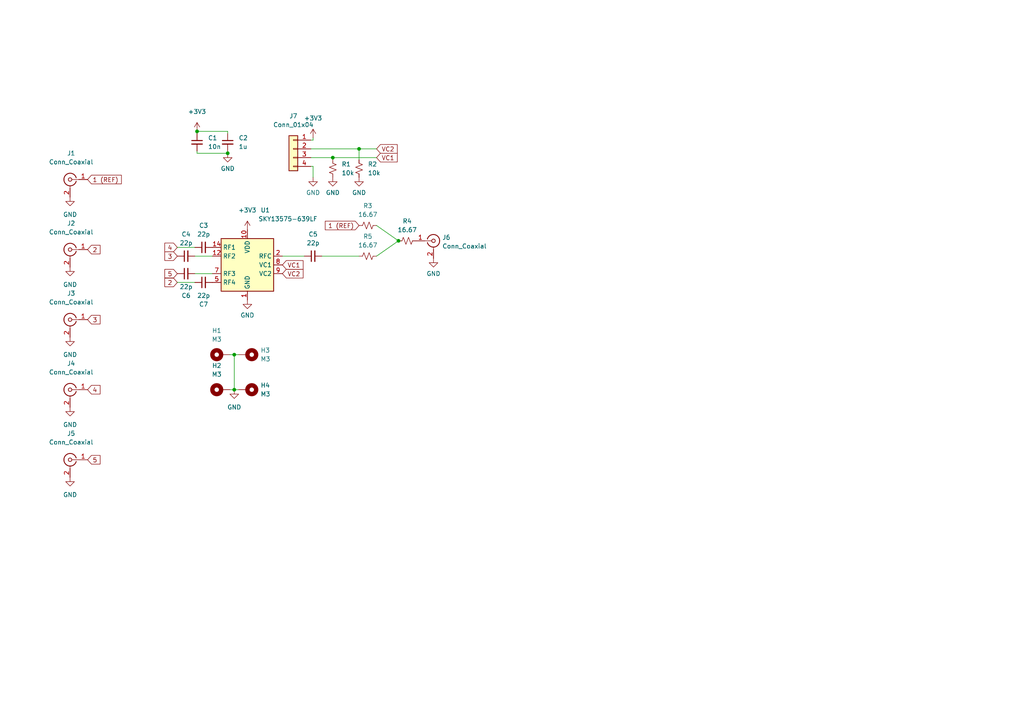
<source format=kicad_sch>
(kicad_sch (version 20211123) (generator eeschema)
  (paper "A4")
  (lib_symbols
    (symbol "Connector:Conn_Coaxial" (pin_names (offset 1.016) hide)
      (property "Reference" "J" (at 0.254 3.048 0))
      (property "Value" "Conn_Coaxial" (at 2.921 0 90))
      (symbol "Conn_Coaxial_0_1"
        (arc (start -1.778 -0.508) (mid 0.2311 -1.8066) (end 1.778 0) (stroke (width 0.254)))
        (polyline (pts (xy -2.54 0) (xy -0.508 0)))
        (polyline (pts (xy 0 -2.54) (xy 0 -1.778)))
        (circle (center 0 0) (radius 0.508) (stroke (width 0.2032)))
        (arc (start 1.778 0) (mid 0.2099 1.8101) (end -1.778 0.508) (stroke (width 0.254)))
      )
      (symbol "Conn_Coaxial_1_1"
        (pin passive line (at -5.08 0 0) (length 2.54) (name "In") (number "1"))
        (pin passive line (at 0 -5.08 90) (length 2.54) (name "Ext") (number "2"))
      )
    )
    (symbol "Connector_Generic:Conn_01x04" (pin_names (offset 1.016) hide)
      (property "Reference" "J" (at 0 5.08 0))
      (property "Value" "Conn_01x04" (at 0 -7.62 0))
      (symbol "Conn_01x04_1_1"
        (rectangle (start -1.27 -4.953) (end 0 -5.207) (stroke (width 0.1524)))
        (rectangle (start -1.27 -2.413) (end 0 -2.667) (stroke (width 0.1524)))
        (rectangle (start -1.27 0.127) (end 0 -0.127) (stroke (width 0.1524)))
        (rectangle (start -1.27 2.667) (end 0 2.413) (stroke (width 0.1524)))
        (rectangle (start -1.27 3.81) (end 1.27 -6.35) (stroke (width 0.254)) (fill (type background)))
        (pin passive line (at -5.08 2.54 0) (length 3.81) (name "Pin_1") (number "1"))
        (pin passive line (at -5.08 0 0) (length 3.81) (name "Pin_2") (number "2"))
        (pin passive line (at -5.08 -2.54 0) (length 3.81) (name "Pin_3") (number "3"))
        (pin passive line (at -5.08 -5.08 0) (length 3.81) (name "Pin_4") (number "4"))
      )
    )
    (symbol "Device:C_Small" (pin_numbers hide) (pin_names (offset 0.254) hide)
      (property "Reference" "C" (at 0.254 1.778 0))
      (property "Value" "C_Small" (at 0.254 -2.032 0))
      (symbol "C_Small_0_1"
        (polyline (pts (xy -1.524 -0.508) (xy 1.524 -0.508)) (stroke (width 0.3302)))
        (polyline (pts (xy -1.524 0.508) (xy 1.524 0.508)) (stroke (width 0.3048)))
      )
      (symbol "C_Small_1_1"
        (pin passive line (at 0 2.54 270) (length 2.032) (name "~") (number "1"))
        (pin passive line (at 0 -2.54 90) (length 2.032) (name "~") (number "2"))
      )
    )
    (symbol "Device:R_Small_US" (pin_numbers hide) (pin_names (offset 0.254) hide)
      (property "Reference" "R" (at 0.762 0.508 0))
      (property "Value" "R_Small_US" (at 0.762 -1.016 0))
      (symbol "R_Small_US_1_1"
        (polyline (pts (xy 0 0) (xy 1.016 -0.381) (xy 0 -0.762) (xy -1.016 -1.143) (xy 0 -1.524)))
        (polyline (pts (xy 0 1.524) (xy 1.016 1.143) (xy 0 0.762) (xy -1.016 0.381) (xy 0 0)))
        (pin passive line (at 0 2.54 270) (length 1.016) (name "~") (number "1"))
        (pin passive line (at 0 -2.54 90) (length 1.016) (name "~") (number "2"))
      )
    )
    (symbol "Mechanical:MountingHole_Pad" (pin_numbers hide) (pin_names (offset 1.016) hide)
      (property "Reference" "H" (at 0 6.35 0))
      (property "Value" "MountingHole_Pad" (at 0 4.445 0))
      (symbol "MountingHole_Pad_0_1"
        (circle (center 0 1.27) (radius 1.27) (stroke (width 1.27)))
      )
      (symbol "MountingHole_Pad_1_1"
        (pin input line (at 0 -2.54 90) (length 2.54) (name "1") (number "1"))
      )
    )
    (symbol "RF_Switch:SKY13575-639LF"
      (property "Reference" "U" (at -6.35 8.89 0))
      (property "Value" "SKY13575-639LF" (at 10.16 8.89 0))
      (symbol "SKY13575-639LF_0_1"
        (rectangle (start -7.62 7.62) (end 7.62 -7.62) (stroke (width 0.254)) (fill (type background)))
      )
      (symbol "SKY13575-639LF_1_1"
        (pin power_in line (at 0 -10.16 90) (length 2.54) (name "GND") (number "1"))
        (pin power_in line (at 0 10.16 270) (length 2.54) (name "VDD") (number "10"))
        (pin passive line (at 0 -10.16 90) (length 2.54) hide (name "GND") (number "11"))
        (pin passive line (at 10.16 2.54 180) (length 2.54) (name "RF2") (number "12"))
        (pin passive line (at 0 -10.16 90) (length 2.54) hide (name "GND") (number "13"))
        (pin passive line (at 10.16 5.08 180) (length 2.54) (name "RF1") (number "14"))
        (pin passive line (at 0 -10.16 90) (length 2.54) hide (name "GND") (number "15"))
        (pin passive line (at -10.16 2.54 0) (length 2.54) (name "RFC") (number "2"))
        (pin passive line (at 0 -10.16 90) (length 2.54) hide (name "GND") (number "3"))
        (pin passive line (at 0 -10.16 90) (length 2.54) hide (name "GND") (number "4"))
        (pin passive line (at 10.16 -5.08 180) (length 2.54) (name "RF4") (number "5"))
        (pin passive line (at 0 -10.16 90) (length 2.54) hide (name "GND") (number "6"))
        (pin passive line (at 10.16 -2.54 180) (length 2.54) (name "RF3") (number "7"))
        (pin input line (at -10.16 0 0) (length 2.54) (name "VC1") (number "8"))
        (pin input line (at -10.16 -2.54 0) (length 2.54) (name "VC2") (number "9"))
      )
    )
    (symbol "power:+3V3" (power) (pin_names (offset 0))
      (property "Value" "+3V3" (at 0 3.556 0))
      (symbol "+3V3_0_1"
        (polyline (pts (xy -0.762 1.27) (xy 0 2.54)))
        (polyline (pts (xy 0 0) (xy 0 2.54)))
        (polyline (pts (xy 0 2.54) (xy 0.762 1.27)))
      )
      (symbol "+3V3_1_1"
        (pin power_in line (at 0 0 90) (length 0) hide (name "+3V3") (number "1"))
      )
    )
    (symbol "power:GND" (power) (pin_names (offset 0))
      (property "Value" "GND" (at 0 -3.81 0))
      (symbol "GND_0_1"
        (polyline (pts (xy 0 0) (xy 0 -1.27) (xy 1.27 -1.27) (xy 0 -2.54) (xy -1.27 -1.27) (xy 0 -1.27)))
      )
      (symbol "GND_1_1"
        (pin power_in line (at 0 0 270) (length 0) hide (name "GND") (number "1"))
      )
    )
  )
  (junction (at 67.945 113.03))
  (junction (at 96.52 45.72))
  (junction (at 67.945 102.87))
  (junction (at 115.57 69.85))
  (junction (at 66.04 44.45))
  (junction (at 57.15 38.1))
  (junction (at 104.14 43.18))
  (wire (pts (xy 90.17 45.72) (xy 96.52 45.72)))
  (wire (pts (xy 90.805 40.64) (xy 90.17 40.64)))
  (wire (pts (xy 57.15 44.45) (xy 57.15 43.815)))
  (wire (pts (xy 90.17 48.26) (xy 90.805 48.26)))
  (wire (pts (xy 66.675 113.03) (xy 67.945 113.03)))
  (wire (pts (xy 90.17 43.18) (xy 104.14 43.18)))
  (wire (pts (xy 90.805 40.005) (xy 90.805 40.64)))
  (wire (pts (xy 109.22 65.405) (xy 115.57 69.85)))
  (wire (pts (xy 109.22 74.295) (xy 115.57 69.85)))
  (wire (pts (xy 96.52 45.72) (xy 96.52 46.355)))
  (wire (pts (xy 69.215 113.03) (xy 67.945 113.03)))
  (wire (pts (xy 104.14 43.18) (xy 109.22 43.18)))
  (wire (pts (xy 57.15 38.735) (xy 57.15 38.1)))
  (wire (pts (xy 81.915 74.295) (xy 88.265 74.295)))
  (wire (pts (xy 93.345 74.295) (xy 104.14 74.295)))
  (wire (pts (xy 67.945 102.87) (xy 67.945 113.03)))
  (wire (pts (xy 66.04 38.1) (xy 66.04 38.735)))
  (wire (pts (xy 96.52 45.72) (xy 109.22 45.72)))
  (wire (pts (xy 56.515 79.375) (xy 61.595 79.375)))
  (wire (pts (xy 104.14 46.355) (xy 104.14 43.18)))
  (wire (pts (xy 67.945 102.87) (xy 69.215 102.87)))
  (wire (pts (xy 66.04 43.815) (xy 66.04 44.45)))
  (wire (pts (xy 51.435 71.755) (xy 56.515 71.755)))
  (wire (pts (xy 66.675 102.87) (xy 67.945 102.87)))
  (wire (pts (xy 61.595 74.295) (xy 56.515 74.295)))
  (wire (pts (xy 57.15 38.1) (xy 66.04 38.1)))
  (wire (pts (xy 90.805 48.26) (xy 90.805 51.435)))
  (wire (pts (xy 51.435 81.915) (xy 56.515 81.915)))
  (wire (pts (xy 66.04 44.45) (xy 57.15 44.45)))
  (global_label "3" (shape input) (at 25.4 92.71 0) (property "Intersheet References" "${INTERSHEET_REFS}" (effects hide)))
  (global_label "5" (shape input) (at 51.435 79.375 180) (property "Intersheet References" "${INTERSHEET_REFS}" (effects hide)))
  (global_label "1 (REF)" (shape input) (at 25.4 52.07 0) (property "Intersheet References" "${INTERSHEET_REFS}" (effects hide)))
  (global_label "VC2" (shape input) (at 81.915 79.375 0) (property "Intersheet References" "${INTERSHEET_REFS}" (effects hide)))
  (global_label "4" (shape input) (at 51.435 71.755 180) (property "Intersheet References" "${INTERSHEET_REFS}" (effects hide)))
  (global_label "2" (shape input) (at 51.435 81.915 180) (property "Intersheet References" "${INTERSHEET_REFS}" (effects hide)))
  (global_label "5" (shape input) (at 25.4 133.35 0) (property "Intersheet References" "${INTERSHEET_REFS}" (effects hide)))
  (global_label "VC1" (shape input) (at 109.22 45.72 0) (property "Intersheet References" "${INTERSHEET_REFS}" (effects hide)))
  (global_label "1 (REF)" (shape input) (at 104.14 65.405 180) (property "Intersheet References" "${INTERSHEET_REFS}" (effects hide)))
  (global_label "3" (shape input) (at 51.435 74.295 180) (property "Intersheet References" "${INTERSHEET_REFS}" (effects hide)))
  (global_label "2" (shape input) (at 25.4 72.39 0) (property "Intersheet References" "${INTERSHEET_REFS}" (effects hide)))
  (global_label "VC2" (shape input) (at 109.22 43.18 0) (property "Intersheet References" "${INTERSHEET_REFS}" (effects hide)))
  (global_label "VC1" (shape input) (at 81.915 76.835 0) (property "Intersheet References" "${INTERSHEET_REFS}" (effects hide)))
  (global_label "4" (shape input) (at 25.4 113.03 0) (property "Intersheet References" "${INTERSHEET_REFS}" (effects hide)))
  (symbol (lib_id "power:GND") (at 104.14 51.435 0) (unit 1)
    (property "Reference" "#PWR06" (effects hide))
    (property "Value" "GND" (at 104.14 55.88 0))
  )
  (symbol (lib_id "Connector:Conn_Coaxial") (at 20.32 92.71 0) (mirror y) (unit 1)
    (property "Reference" "J3" (at 20.6374 85.09 0))
    (property "Value" "Conn_Coaxial" (at 20.6374 87.63 0))
    (property "Footprint" "Connector_Coaxial:SMA_Molex_73251-2120_EdgeMount_Horizontal" (effects hide))
    (property "Datasheet" " ~" (effects hide))
  )
  (symbol (lib_id "Device:C_Small") (at 59.055 81.915 90) (mirror x) (unit 1)
    (property "Reference" "C7" (at 59.0613 88.265 90))
    (property "Value" "22p" (at 59.0613 85.725 90))
    (property "Footprint" "Capacitor_SMD:C_0402_1005Metric" (effects hide))
  )
  (symbol (lib_id "Device:R_Small_US") (at 118.11 69.85 90) (unit 1)
    (property "Reference" "R4" (at 118.11 64.135 90))
    (property "Value" "16.67" (at 118.11 66.675 90))
    (property "Footprint" "Resistor_SMD:R_0402_1005Metric" (effects hide))
  )
  (symbol (lib_id "power:GND") (at 90.805 51.435 0) (unit 1)
    (property "Reference" "#PWR04" (effects hide))
    (property "Value" "GND" (at 90.805 55.88 0))
  )
  (symbol (lib_id "Connector:Conn_Coaxial") (at 125.73 69.85 0) (unit 1)
    (property "Reference" "J6" (at 128.27 68.8731 0) (effects (justify left)))
    (property "Value" "Conn_Coaxial" (at 128.27 71.4131 0) (effects (justify left)))
    (property "Footprint" "Connector_Coaxial:SMA_Molex_73251-2120_EdgeMount_Horizontal" (effects hide))
    (property "Datasheet" " ~" (effects hide))
  )
  (symbol (lib_id "Device:C_Small") (at 59.055 71.755 90) (unit 1)
    (property "Reference" "C3" (at 59.0613 65.405 90))
    (property "Value" "22p" (at 59.0613 67.945 90))
    (property "Footprint" "Capacitor_SMD:C_0402_1005Metric" (effects hide))
  )
  (symbol (lib_id "power:GND") (at 20.32 118.11 0) (unit 1)
    (property "Reference" "#PWR013" (effects hide))
    (property "Value" "GND" (at 20.32 123.19 0))
  )
  (symbol (lib_id "Connector:Conn_Coaxial") (at 20.32 133.35 0) (mirror y) (unit 1)
    (property "Reference" "J5" (at 20.6374 125.73 0))
    (property "Value" "Conn_Coaxial" (at 20.6374 128.27 0))
    (property "Footprint" "Connector_Coaxial:SMA_Molex_73251-2120_EdgeMount_Horizontal" (effects hide))
    (property "Datasheet" " ~" (effects hide))
  )
  (symbol (lib_id "power:+3V3") (at 71.755 66.675 0) (unit 1)
    (property "Reference" "#PWR08" (effects hide))
    (property "Value" "+3V3" (at 71.755 60.96 0))
  )
  (symbol (lib_id "Mechanical:MountingHole_Pad") (at 71.755 102.87 270) (unit 1)
    (property "Reference" "H3" (at 75.565 101.5999 90) (effects (justify left)))
    (property "Value" "M3" (at 75.565 104.1399 90) (effects (justify left)))
    (property "Footprint" "MountingHole:MountingHole_3.2mm_M3_Pad_Via" (effects hide))
  )
  (symbol (lib_id "power:GND") (at 71.755 86.995 0) (unit 1)
    (property "Reference" "#PWR011" (effects hide))
    (property "Value" "GND" (at 71.755 91.44 0))
  )
  (symbol (lib_id "power:+3V3") (at 90.805 40.005 0) (unit 1)
    (property "Reference" "#PWR02" (effects hide))
    (property "Value" "+3V3" (at 90.805 34.29 0))
  )
  (symbol (lib_id "Device:R_Small_US") (at 106.68 74.295 90) (unit 1)
    (property "Reference" "R5" (at 106.68 68.58 90))
    (property "Value" "16.67" (at 106.68 71.12 90))
    (property "Footprint" "Resistor_SMD:R_0402_1005Metric" (effects hide))
  )
  (symbol (lib_id "Device:C_Small") (at 57.15 41.275 0) (unit 1)
    (property "Reference" "C1" (at 60.325 40.0112 0) (effects (justify left)))
    (property "Value" "10n" (at 60.325 42.5512 0) (effects (justify left)))
    (property "Footprint" "Capacitor_SMD:C_0603_1608Metric" (effects hide))
  )
  (symbol (lib_id "Connector_Generic:Conn_01x04") (at 85.09 43.18 0) (mirror y) (unit 1)
    (property "Reference" "J7" (at 85.09 33.655 0))
    (property "Value" "Conn_01x04" (at 85.09 36.195 0))
    (property "Footprint" "Connector_PinHeader_2.54mm:PinHeader_1x04_P2.54mm_Vertical" (effects hide))
  )
  (symbol (lib_id "Device:C_Small") (at 66.04 41.275 0) (unit 1)
    (property "Reference" "C2" (at 69.215 40.0112 0) (effects (justify left)))
    (property "Value" "1u" (at 69.215 42.5512 0) (effects (justify left)))
    (property "Footprint" "Capacitor_SMD:C_0603_1608Metric" (effects hide))
  )
  (symbol (lib_id "power:GND") (at 125.73 74.93 0) (unit 1)
    (property "Reference" "#PWR09" (effects hide))
    (property "Value" "GND" (at 125.73 79.375 0))
  )
  (symbol (lib_id "Connector:Conn_Coaxial") (at 20.32 113.03 0) (mirror y) (unit 1)
    (property "Reference" "J4" (at 20.6374 105.41 0))
    (property "Value" "Conn_Coaxial" (at 20.6374 107.95 0))
    (property "Footprint" "Connector_Coaxial:SMA_Molex_73251-2120_EdgeMount_Horizontal" (effects hide))
    (property "Datasheet" " ~" (effects hide))
  )
  (symbol (lib_id "power:GND") (at 20.32 77.47 0) (unit 1)
    (property "Reference" "#PWR010" (effects hide))
    (property "Value" "GND" (at 20.32 82.55 0))
  )
  (symbol (lib_id "Device:C_Small") (at 53.975 74.295 90) (unit 1)
    (property "Reference" "C4" (at 53.9813 67.945 90))
    (property "Value" "22p" (at 53.9813 70.485 90))
    (property "Footprint" "Capacitor_SMD:C_0402_1005Metric" (effects hide))
  )
  (symbol (lib_id "power:GND") (at 66.04 44.45 0) (unit 1)
    (property "Reference" "#PWR03" (effects hide))
    (property "Value" "GND" (at 66.04 48.895 0))
  )
  (symbol (lib_id "Mechanical:MountingHole_Pad") (at 64.135 102.87 90) (unit 1)
    (property "Reference" "H1" (at 62.865 95.885 90))
    (property "Value" "M3" (at 62.865 98.425 90))
    (property "Footprint" "MountingHole:MountingHole_3.2mm_M3_Pad_Via" (effects hide))
  )
  (symbol (lib_id "power:GND") (at 20.32 57.15 0) (unit 1)
    (property "Reference" "#PWR07" (effects hide))
    (property "Value" "GND" (at 20.32 62.23 0))
  )
  (symbol (lib_id "Mechanical:MountingHole_Pad") (at 64.135 113.03 90) (unit 1)
    (property "Reference" "H2" (at 62.865 106.045 90))
    (property "Value" "M3" (at 62.865 108.585 90))
    (property "Footprint" "MountingHole:MountingHole_3.2mm_M3_Pad_Via" (effects hide))
  )
  (symbol (lib_id "Connector:Conn_Coaxial") (at 20.32 72.39 0) (mirror y) (unit 1)
    (property "Reference" "J2" (at 20.6374 64.77 0))
    (property "Value" "Conn_Coaxial" (at 20.6374 67.31 0))
    (property "Footprint" "Connector_Coaxial:SMA_Molex_73251-2120_EdgeMount_Horizontal" (effects hide))
    (property "Datasheet" " ~" (effects hide))
  )
  (symbol (lib_id "power:GND") (at 20.32 97.79 0) (unit 1)
    (property "Reference" "#PWR012" (effects hide))
    (property "Value" "GND" (at 20.32 102.87 0))
  )
  (symbol (lib_id "RF_Switch:SKY13575-639LF") (at 71.755 76.835 0) (mirror y) (unit 1)
    (property "Reference" "U1" (at 75.565 60.96 0) (effects (justify right)))
    (property "Value" "SKY13575-639LF" (at 74.93 63.5 0) (effects (justify right)))
    (property "Footprint" "RF:Skyworks_SKY13575_639LF" (effects hide))
    (property "Datasheet" "https://www.skyworksinc.com/-/media/SkyWorks/Documents/Products/2201-2300/SKY13575_639LF_203270D.pdf" (effects hide))
  )
  (symbol (lib_id "Device:R_Small_US") (at 104.14 48.895 180) (unit 1)
    (property "Reference" "R2" (at 106.68 47.6249 0) (effects (justify right)))
    (property "Value" "10k" (at 106.68 50.1649 0) (effects (justify right)))
    (property "Footprint" "Resistor_SMD:R_0603_1608Metric" (effects hide))
  )
  (symbol (lib_id "Mechanical:MountingHole_Pad") (at 71.755 113.03 270) (unit 1)
    (property "Reference" "H4" (at 75.565 111.7599 90) (effects (justify left)))
    (property "Value" "M3" (at 75.565 114.2999 90) (effects (justify left)))
    (property "Footprint" "MountingHole:MountingHole_3.2mm_M3_Pad_Via" (effects hide))
  )
  (symbol (lib_id "Device:R_Small_US") (at 106.68 65.405 90) (unit 1)
    (property "Reference" "R3" (at 106.68 59.69 90))
    (property "Value" "16.67" (at 106.68 62.23 90))
    (property "Footprint" "Resistor_SMD:R_0402_1005Metric" (effects hide))
  )
  (symbol (lib_id "power:GND") (at 96.52 51.435 0) (unit 1)
    (property "Reference" "#PWR05" (effects hide))
    (property "Value" "GND" (at 96.52 55.88 0))
  )
  (symbol (lib_id "power:+3V3") (at 57.15 38.1 0) (unit 1)
    (property "Reference" "#PWR01" (effects hide))
    (property "Value" "+3V3" (at 57.15 32.385 0))
  )
  (symbol (lib_id "power:GND") (at 67.945 113.03 0) (unit 1)
    (property "Reference" "#PWR015" (effects hide))
    (property "Value" "GND" (at 67.945 118.11 0))
  )
  (symbol (lib_id "Device:R_Small_US") (at 96.52 48.895 180) (unit 1)
    (property "Reference" "R1" (at 99.06 47.6249 0) (effects (justify right)))
    (property "Value" "10k" (at 99.06 50.1649 0) (effects (justify right)))
    (property "Footprint" "Resistor_SMD:R_0603_1608Metric" (effects hide))
  )
  (symbol (lib_id "power:GND") (at 20.32 138.43 0) (unit 1)
    (property "Reference" "#PWR014" (effects hide))
    (property "Value" "GND" (at 20.32 143.51 0))
  )
  (symbol (lib_id "Device:C_Small") (at 53.975 79.375 90) (mirror x) (unit 1)
    (property "Reference" "C6" (at 53.9813 85.725 90))
    (property "Value" "22p" (at 53.9813 83.185 90))
    (property "Footprint" "Capacitor_SMD:C_0402_1005Metric" (effects hide))
  )
  (symbol (lib_id "Device:C_Small") (at 90.805 74.295 90) (unit 1)
    (property "Reference" "C5" (at 90.8113 67.945 90))
    (property "Value" "22p" (at 90.8113 70.485 90))
    (property "Footprint" "Capacitor_SMD:C_0402_1005Metric" (effects hide))
  )
  (symbol (lib_id "Connector:Conn_Coaxial") (at 20.32 52.07 0) (mirror y) (unit 1)
    (property "Reference" "J1" (at 20.6374 44.45 0))
    (property "Value" "Conn_Coaxial" (at 20.6374 46.99 0))
    (property "Footprint" "Connector_Coaxial:SMA_Molex_73251-2120_EdgeMount_Horizontal" (effects hide))
    (property "Datasheet" " ~" (effects hide))
  )
)
</source>
